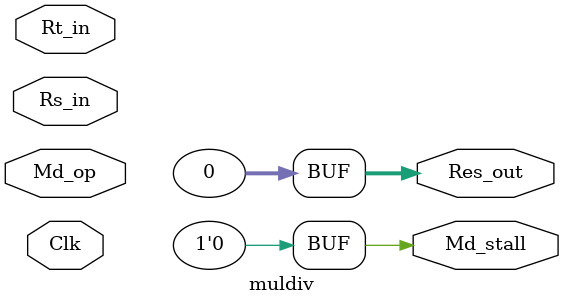
<source format=v>
`timescale 1ns / 1ps


module muldiv
(
	input [3:0] Md_op,
	input [31:0] Rs_in,
	input [31:0] Rt_in,
	input Clk,
	output [31:0] Res_out,
	output Md_stall
);

// invalidate it because of implementation error

assign Res_out = 32'd0;
assign Md_stall = 0;

/*

// Md_op = 0001	op = DIV
//	   0010 op = DIVU
//	   0011 op = MFHI 
//	   0100 op = MFLO
//	   0101 op = MTHI
//	   0110 op = MTLO
//	   0111 op = MUL
//	   1000 op = MULT
//	   1001 op = MULTU

reg [31:0] Hi;
reg [31:0] Lo;
//reg [31:0] result_lo;
reg [31:0] result_hi;

reg [31:0] quotinent , quotient_temp;
reg [63:0] dividend_copy , divider_copy , diff;
reg negative_output;
reg multiplied, divided;
reg [31:0] calculated_res;

wire [31:0] remainder = (!negative_output)? dividend_copy[31:0] : ~dividend_copy[31:0] + 1'b1;

reg [5:0] cnt;
wire multiplying = (Md_op == 4'b0111) || (Md_op == 4'b1000) || (Md_op == 4'b1001);
wire dividing = (Md_op == 4'b0001) || (Md_op == 4'b0010);
wire ready = !cnt && !(multiplying && !multiplied);
wire [31:0] wired_res = Md_op == 4'b0100 ? Lo : Hi;
assign Res_out = dividing|multiplying ? calculated_res : wired_res;

assign Md_stall = (multiplying && !multiplied) || (dividing && !divided);

initial begin
	calculated_res = 32'h0;
	Hi = 32'h0;
	Lo = 32'h0;
	result_hi = 32'h0;
	cnt = 0;
	negative_output = 0;
    multiplied = 1'b0;
    divided = 1'b0;
end

always@(negedge Clk)
begin
    if(Md_op == 4'b0101) begin			//MTHI
        divided <= 0;
        multiplied <= 0;
		Hi <= Rs_in;
    end
    else if(Md_op == 4'b0110) begin		//MTLO
        divided <= 0;
        multiplied <= 0;
		Lo <= Rs_in;
    end
    else if(Md_op == 4'b0011) begin		//MFHI
        divided <= 0;
        multiplied <= 0;
    end
    else if(Md_op == 4'b0100) begin	//MFLO
        divided <= 0;
        multiplied <= 0;
    end
    else if(Md_op == 4'b0111) begin		//MUL
        divided <= 0;
        multiplied <= 1;
		{result_hi , calculated_res} <= $signed(Rs_in)*$signed(Rt_in);
    end
    else if(Md_op == 4'b1000) begin	//MULT
        divided <= 0;
        multiplied <= 1;
		{Hi , Lo} <= $signed(Rs_in)*$signed(Rt_in);
    end
    else if(Md_op == 4'b1001) begin	//MULTU
        divided <= 0;
        multiplied <= 1;
		{Hi , Lo} <= Rs_in * Rt_in;
    end
	else if(Md_op == 4'b0001 || Md_op == 4'b0010) 	//DIV & DIVU
	begin
        multiplied <= 0;
		if(ready)		//initial some registers
		begin
			cnt = 6'd32;
			quotinent = 0;
			quotient_temp = 0;
			dividend_copy = (!Md_op[0] || !Rs_in[31])? {32'h0 , Rs_in} : {32'h0 , ~Rs_in + 1'b1};
			divider_copy = (!Md_op[0] || !Rt_in[31])? {1'b0 , Rt_in , 31'd0} : {1'b0 , ~Rt_in + 1'b1 , 31'd0};
			negative_output = Md_op[0] && ((Rt_in[31] && !Rs_in[31]) || (!Rt_in[31] && (Rs_in[31])));
            if(diff[31:0] == 0) begin
                Hi <= diff[31:0];
            end
		end
		else if(cnt > 0)	//substract
		begin
			diff = dividend_copy - divider_copy;
			quotient_temp = quotient_temp << 1;
			if(!diff[63])
			begin
				dividend_copy = diff;
				quotient_temp[0] = 1'd1;
			end
			quotinent = (!negative_output) ? quotient_temp : ~quotient_temp + 1'b1;
			divider_copy = divider_copy >> 1;
			cnt <= cnt - 1'b1;
			Hi <= remainder;
			Lo <= quotinent;
            if(cnt == 1) divided <= 1;
		end
	end
    else begin
        calculated_res <= 32'h0;
        multiplied <= 0;
        divided <= 0;
    end
end

*/
endmodule

</source>
